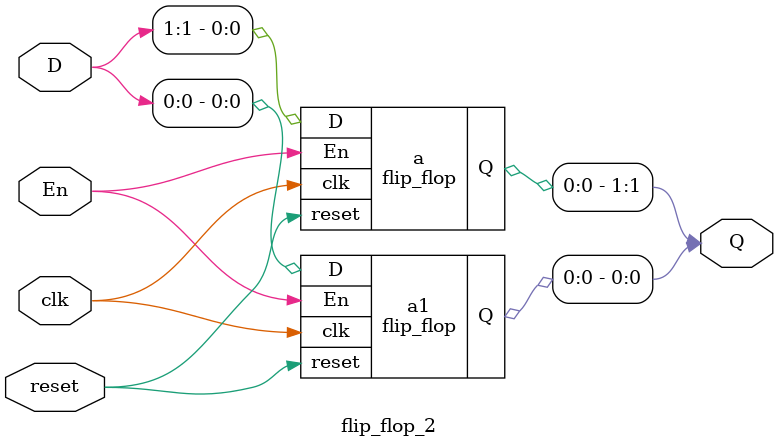
<source format=v>
module flip_flop(input clk, reset,En, D, output reg Q);
  always @ (posedge clk or posedge reset)begin
    if (reset)
      Q <= 1'b0;
    else if (En)
      Q <= D;
  end
endmodule



module flip_flop_2(input clk, reset, En, input wire [1:0]D, output [1:0]Q);

  flip_flop a(clk, reset, En, D[1], Q[1]);
  flip_flop a1(clk, reset, En, D[0], Q[0]);

endmodule

</source>
